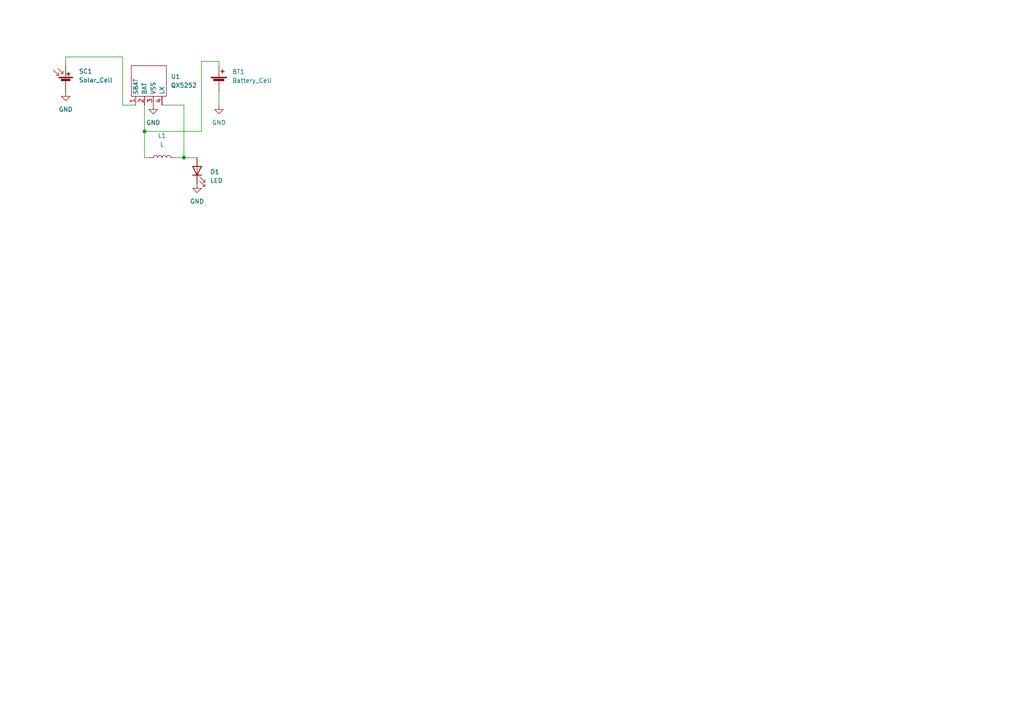
<source format=kicad_sch>
(kicad_sch (version 20211123) (generator eeschema)
  (paper "A4")
  (lib_symbols
    (symbol "Device:Battery_Cell" (pin_numbers hide) (pin_names (offset 0) hide)
      (property "Reference" "BT" (at 2.54 2.54 0))
      (property "Value" "Battery_Cell" (at 2.54 0 0))
      (symbol "Battery_Cell_0_1"
        (rectangle (start -2.286 1.778) (end 2.286 1.524) (fill (type outline)))
        (rectangle (start -1.5748 1.1938) (end 1.4732 0.6858) (fill (type outline)))
        (polyline (pts (xy 0 0.762) (xy 0 0)))
        (polyline (pts (xy 0 1.778) (xy 0 2.54)))
        (polyline (pts (xy 0.508 3.429) (xy 1.524 3.429)) (stroke (width 0.254)))
        (polyline (pts (xy 1.016 3.937) (xy 1.016 2.921)) (stroke (width 0.254)))
      )
      (symbol "Battery_Cell_1_1"
        (pin passive line (at 0 5.08 270) (length 2.54) (name "+") (number "1"))
        (pin passive line (at 0 -2.54 90) (length 2.54) (name "-") (number "2"))
      )
    )
    (symbol "Device:L" (pin_numbers hide) (pin_names (offset 1.016) hide)
      (property "Reference" "L" (at -1.27 0 90))
      (property "Value" "L" (at 1.905 0 90))
      (symbol "L_0_1"
        (arc (start 0 -2.54) (mid 0.635 -1.905) (end 0 -1.27))
        (arc (start 0 -1.27) (mid 0.635 -0.635) (end 0 0))
        (arc (start 0 0) (mid 0.635 0.635) (end 0 1.27))
        (arc (start 0 1.27) (mid 0.635 1.905) (end 0 2.54))
      )
      (symbol "L_1_1"
        (pin passive line (at 0 3.81 270) (length 1.27) (name "1") (number "1"))
        (pin passive line (at 0 -3.81 90) (length 1.27) (name "2") (number "2"))
      )
    )
    (symbol "Device:LED" (pin_numbers hide) (pin_names (offset 1.016) hide)
      (property "Reference" "D" (at 0 2.54 0))
      (property "Value" "LED" (at 0 -2.54 0))
      (symbol "LED_0_1"
        (polyline (pts (xy -1.27 -1.27) (xy -1.27 1.27)) (stroke (width 0.254)))
        (polyline (pts (xy -1.27 0) (xy 1.27 0)))
        (polyline (pts (xy 1.27 -1.27) (xy 1.27 1.27) (xy -1.27 0) (xy 1.27 -1.27)) (stroke (width 0.254)))
        (polyline (pts (xy -3.048 -0.762) (xy -4.572 -2.286) (xy -3.81 -2.286) (xy -4.572 -2.286) (xy -4.572 -1.524)))
        (polyline (pts (xy -1.778 -0.762) (xy -3.302 -2.286) (xy -2.54 -2.286) (xy -3.302 -2.286) (xy -3.302 -1.524)))
      )
      (symbol "LED_1_1"
        (pin passive line (at -3.81 0 0) (length 2.54) (name "K") (number "1"))
        (pin passive line (at 3.81 0 180) (length 2.54) (name "A") (number "2"))
      )
    )
    (symbol "Device:Solar_Cell" (pin_numbers hide) (pin_names (offset 0) hide)
      (property "Reference" "SC" (at 2.54 2.54 0))
      (property "Value" "Solar_Cell" (at 2.54 0 0))
      (symbol "Solar_Cell_0_1"
        (rectangle (start -2.032 1.778) (end 2.032 1.524) (fill (type outline)))
        (rectangle (start -1.3208 1.1938) (end 1.27 0.6858) (fill (type outline)))
        (polyline (pts (xy -2.032 2.286) (xy -3.556 3.81)))
        (polyline (pts (xy -0.762 2.794) (xy -2.286 4.318)))
        (polyline (pts (xy 0 0.762) (xy 0 0)))
        (polyline (pts (xy 0 1.778) (xy 0 2.54)))
        (polyline (pts (xy 0.254 2.667) (xy 1.27 2.667)) (stroke (width 0.254)))
        (polyline (pts (xy 0.762 3.175) (xy 0.762 2.159)) (stroke (width 0.254)))
        (polyline (pts (xy -2.032 3.048) (xy -2.032 2.286) (xy -2.794 2.286)))
        (polyline (pts (xy -0.762 3.556) (xy -0.762 2.794) (xy -1.524 2.794)))
      )
      (symbol "Solar_Cell_1_1"
        (pin passive line (at 0 5.08 270) (length 2.54) (name "+") (number "1"))
        (pin passive line (at 0 -2.54 90) (length 2.54) (name "-") (number "2"))
      )
    )
    (symbol "pierre:QX5252"
      (property "Reference" "U" (at 0 6.35 0))
      (property "Value" "QX5252" (at 0 3.81 0))
      (symbol "QX5252_0_1"
        (rectangle (start -5.08 5.08) (end 5.08 -3.81))
      )
      (symbol "QX5252_1_1"
        (pin power_out line (at -3.81 -6.35 90) (length 2.54) (name "SBAT") (number "1"))
        (pin power_out line (at -1.27 -6.35 90) (length 2.54) (name "BAT") (number "2"))
        (pin power_out line (at 1.27 -6.35 90) (length 2.54) (name "VSS") (number "3"))
        (pin input line (at 3.81 -6.35 90) (length 2.54) (name "LX") (number "4"))
      )
    )
    (symbol "power:GND" (power) (pin_names (offset 0))
      (property "Value" "GND" (at 0 -3.81 0))
      (symbol "GND_0_1"
        (polyline (pts (xy 0 0) (xy 0 -1.27) (xy 1.27 -1.27) (xy 0 -2.54) (xy -1.27 -1.27) (xy 0 -1.27)))
      )
      (symbol "GND_1_1"
        (pin power_in line (at 0 0 270) (length 0) hide (name "GND") (number "1"))
      )
    )
  )
  (junction (at 53.34 45.72))
  (junction (at 41.91 38.1))
  (wire (pts (xy 19.05 16.51) (xy 19.05 19.05)))
  (wire (pts (xy 53.34 45.72) (xy 57.15 45.72)))
  (wire (pts (xy 41.91 30.48) (xy 41.91 38.1)))
  (wire (pts (xy 58.42 17.78) (xy 63.5 17.78)))
  (wire (pts (xy 46.99 30.48) (xy 53.34 30.48)))
  (wire (pts (xy 50.8 45.72) (xy 53.34 45.72)))
  (wire (pts (xy 41.91 38.1) (xy 41.91 45.72)))
  (wire (pts (xy 53.34 45.72) (xy 53.34 30.48)))
  (wire (pts (xy 63.5 26.67) (xy 63.5 30.48)))
  (wire (pts (xy 58.42 38.1) (xy 58.42 17.78)))
  (wire (pts (xy 39.37 30.48) (xy 35.56 30.48)))
  (wire (pts (xy 63.5 17.78) (xy 63.5 19.05)))
  (wire (pts (xy 41.91 38.1) (xy 58.42 38.1)))
  (wire (pts (xy 35.56 16.51) (xy 19.05 16.51)))
  (wire (pts (xy 35.56 30.48) (xy 35.56 16.51)))
  (wire (pts (xy 43.18 45.72) (xy 41.91 45.72)))
  (symbol (lib_id "power:GND") (at 19.05 26.67 0) (unit 1)
    (property "Reference" "#PWR0101" (effects hide))
    (property "Value" "GND" (at 19.05 31.75 0))
  )
  (symbol (lib_id "power:GND") (at 57.15 53.34 0) (unit 1)
    (property "Reference" "#PWR0104" (effects hide))
    (property "Value" "GND" (at 57.15 58.42 0))
  )
  (symbol (lib_id "Device:LED") (at 57.15 49.53 90) (unit 1)
    (property "Reference" "D1" (at 60.96 49.8474 90) (effects (justify right)))
    (property "Value" "LED" (at 60.96 52.3874 90) (effects (justify right)))
    (property "Footprint" "Connector_PinHeader_2.54mm:PinHeader_1x02_P2.54mm_Vertical" (effects hide))
  )
  (symbol (lib_id "Device:L") (at 46.99 45.72 90) (unit 1)
    (property "Reference" "L1" (at 46.99 39.37 90))
    (property "Value" "L" (at 46.99 41.91 90))
    (property "Footprint" "Resistor_THT:R_Axial_DIN0207_L6.3mm_D2.5mm_P10.16mm_Horizontal" (effects hide))
  )
  (symbol (lib_id "power:GND") (at 44.45 30.48 0) (unit 1)
    (property "Reference" "#PWR0103" (effects hide))
    (property "Value" "GND" (at 44.45 35.56 0))
  )
  (symbol (lib_id "Device:Battery_Cell") (at 63.5 24.13 0) (unit 1)
    (property "Reference" "BT1" (at 67.31 20.8279 0) (effects (justify left)))
    (property "Value" "Battery_Cell" (at 67.31 23.3679 0) (effects (justify left)))
    (property "Footprint" "Connector_PinHeader_2.54mm:PinHeader_1x02_P2.54mm_Vertical" (effects hide))
  )
  (symbol (lib_id "Device:Solar_Cell") (at 19.05 24.13 0) (unit 1)
    (property "Reference" "SC1" (at 22.86 20.7009 0) (effects (justify left)))
    (property "Value" "Solar_Cell" (at 22.86 23.2409 0) (effects (justify left)))
    (property "Footprint" "Connector_PinHeader_2.54mm:PinHeader_1x02_P2.54mm_Vertical" (effects hide))
  )
  (symbol (lib_id "power:GND") (at 63.5 30.48 0) (unit 1)
    (property "Reference" "#PWR0102" (effects hide))
    (property "Value" "GND" (at 63.5 35.56 0))
  )
  (symbol (lib_id "pierre:QX5252") (at 43.18 24.13 0) (unit 1)
    (property "Reference" "U1" (at 49.53 22.2249 0) (effects (justify left)))
    (property "Value" "QX5252" (at 49.53 24.7649 0) (effects (justify left)))
    (property "Footprint" "Connector_PinSocket_2.54mm:PinSocket_1x04_P2.54mm_Vertical" (effects hide))
  )
)
</source>
